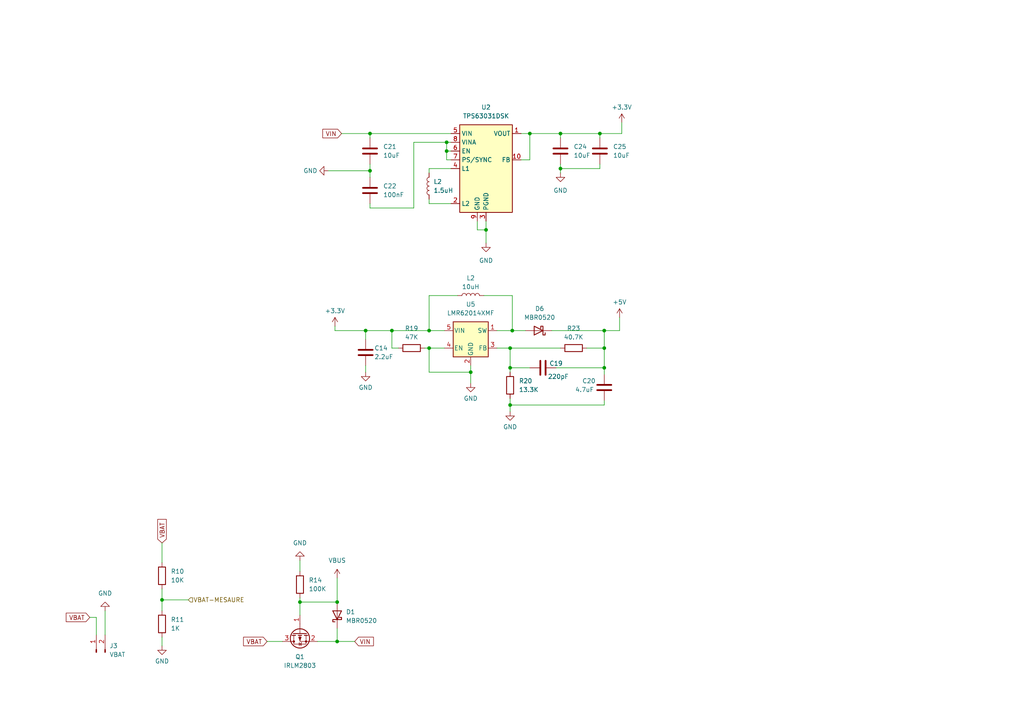
<source format=kicad_sch>
(kicad_sch (version 20231120) (generator "eeschema") (generator_version "8.0")
  (paper "A4")
  (lib_symbols
    (symbol "Connector:Conn_01x02_Pin" (pin_names (offset 1.016) hide)
      (property "Reference" "J" (at 0 2.54 0))
      (property "Value" "Conn_01x02_Pin" (at 0 -5.08 0))
      (symbol "Conn_01x02_Pin_1_1"
        (polyline (pts (xy 1.27 -2.54) (xy 0.8636 -2.54)) (stroke (width 0.1524)))
        (polyline (pts (xy 1.27 0) (xy 0.8636 0)) (stroke (width 0.1524)))
        (rectangle (start 0.8636 -2.413) (end 0 -2.667) (stroke (width 0.1524)) (fill (type outline)))
        (rectangle (start 0.8636 0.127) (end 0 -0.127) (stroke (width 0.1524)) (fill (type outline)))
        (pin passive line (at 5.08 0 180) (length 3.81) (name "Pin_1") (number "1"))
        (pin passive line (at 5.08 -2.54 180) (length 3.81) (name "Pin_2") (number "2"))
      )
    )
    (symbol "Device:C" (pin_numbers hide) (pin_names (offset 0.254))
      (property "Reference" "C" (at 0.635 2.54 0))
      (property "Value" "C" (at 0.635 -2.54 0))
      (symbol "C_0_1"
        (polyline (pts (xy -2.032 -0.762) (xy 2.032 -0.762)) (stroke (width 0.508)))
        (polyline (pts (xy -2.032 0.762) (xy 2.032 0.762)) (stroke (width 0.508)))
      )
      (symbol "C_1_1"
        (pin passive line (at 0 3.81 270) (length 2.794) (name "~") (number "1"))
        (pin passive line (at 0 -3.81 90) (length 2.794) (name "~") (number "2"))
      )
    )
    (symbol "Device:L" (pin_numbers hide) (pin_names (offset 1.016) hide)
      (property "Reference" "L" (at -1.27 0 90))
      (property "Value" "L" (at 1.905 0 90))
      (symbol "L_0_1"
        (arc (start 0 -2.54) (mid 0.6323 -1.905) (end 0 -1.27))
        (arc (start 0 -1.27) (mid 0.6323 -0.635) (end 0 0))
        (arc (start 0 0) (mid 0.6323 0.635) (end 0 1.27))
        (arc (start 0 1.27) (mid 0.6323 1.905) (end 0 2.54))
      )
      (symbol "L_1_1"
        (pin passive line (at 0 3.81 270) (length 1.27) (name "1") (number "1"))
        (pin passive line (at 0 -3.81 90) (length 1.27) (name "2") (number "2"))
      )
    )
    (symbol "Device:R" (pin_numbers hide) (pin_names (offset 0))
      (property "Reference" "R" (at 2.032 0 90))
      (property "Value" "R" (at 0 0 90))
      (symbol "R_0_1"
        (rectangle (start -1.016 -2.54) (end 1.016 2.54) (stroke (width 0.254)))
      )
      (symbol "R_1_1"
        (pin passive line (at 0 3.81 270) (length 1.27) (name "~") (number "1"))
        (pin passive line (at 0 -3.81 90) (length 1.27) (name "~") (number "2"))
      )
    )
    (symbol "Diode:MBR0520" (pin_numbers hide) (pin_names (offset 1.016) hide)
      (property "Reference" "D" (at 0 2.54 0))
      (property "Value" "MBR0520" (at 0 -2.54 0))
      (symbol "MBR0520_0_1"
        (polyline (pts (xy 1.27 0) (xy -1.27 0)))
        (polyline (pts (xy 1.27 1.27) (xy 1.27 -1.27) (xy -1.27 0) (xy 1.27 1.27)) (stroke (width 0.254)))
        (polyline (pts (xy -1.905 0.635) (xy -1.905 1.27) (xy -1.27 1.27) (xy -1.27 -1.27) (xy -0.635 -1.27) (xy -0.635 -0.635)) (stroke (width 0.254)))
      )
      (symbol "MBR0520_1_1"
        (pin passive line (at -3.81 0 0) (length 2.54) (name "K") (number "1"))
        (pin passive line (at 3.81 0 180) (length 2.54) (name "A") (number "2"))
      )
    )
    (symbol "Regulator_Switching:LMR62014XMF" (pin_names (offset 0.254))
      (property "Reference" "U" (at -5.08 6.35 0))
      (property "Value" "LMR62014XMF" (at 0 6.35 0))
      (symbol "LMR62014XMF_0_1"
        (rectangle (start -5.08 5.08) (end 5.08 -5.08) (stroke (width 0.254)) (fill (type background)))
      )
      (symbol "LMR62014XMF_1_1"
        (pin output line (at 7.62 2.54 180) (length 2.54) (name "SW") (number "1"))
        (pin power_in line (at 0 -7.62 90) (length 2.54) (name "GND") (number "2"))
        (pin input line (at 7.62 -2.54 180) (length 2.54) (name "FB") (number "3"))
        (pin input line (at -7.62 -2.54 0) (length 2.54) (name "EN") (number "4"))
        (pin input line (at -7.62 2.54 0) (length 2.54) (name "VIN") (number "5"))
      )
    )
    (symbol "Regulator_Switching:TPS63031DSK"
      (property "Reference" "U" (at -7.62 13.97 0))
      (property "Value" "TPS63031DSK" (at 5.08 13.97 0))
      (symbol "TPS63031DSK_0_1"
        (rectangle (start -7.62 12.7) (end 7.62 -12.7) (stroke (width 0.254)) (fill (type background)))
      )
      (symbol "TPS63031DSK_1_1"
        (pin power_out line (at 10.16 10.16 180) (length 2.54) (name "VOUT") (number "1"))
        (pin input line (at 10.16 2.54 180) (length 2.54) (name "FB") (number "10"))
        (pin passive line (at 0 -15.24 90) (length 2.54) hide (name "PGND") (number "11"))
        (pin input line (at -10.16 -10.16 0) (length 2.54) (name "L2") (number "2"))
        (pin power_in line (at 0 -15.24 90) (length 2.54) (name "PGND") (number "3"))
        (pin input line (at -10.16 0 0) (length 2.54) (name "L1") (number "4"))
        (pin power_in line (at -10.16 10.16 0) (length 2.54) (name "VIN") (number "5"))
        (pin input line (at -10.16 5.08 0) (length 2.54) (name "EN") (number "6"))
        (pin input line (at -10.16 2.54 0) (length 2.54) (name "PS/SYNC") (number "7"))
        (pin passive line (at -10.16 7.62 0) (length 2.54) (name "VINA") (number "8"))
        (pin power_in line (at -2.54 -15.24 90) (length 2.54) (name "GND") (number "9"))
      )
    )
    (symbol "Transistor_FET:IRLML6402" (pin_names hide)
      (property "Reference" "Q" (at 5.08 1.905 0))
      (property "Value" "IRLML6402" (at 5.08 0 0))
      (symbol "IRLML6402_0_1"
        (polyline (pts (xy 0.254 0) (xy -2.54 0)))
        (polyline (pts (xy 0.254 1.905) (xy 0.254 -1.905)) (stroke (width 0.254)))
        (polyline (pts (xy 0.762 -1.27) (xy 0.762 -2.286)) (stroke (width 0.254)))
        (polyline (pts (xy 0.762 0.508) (xy 0.762 -0.508)) (stroke (width 0.254)))
        (polyline (pts (xy 0.762 2.286) (xy 0.762 1.27)) (stroke (width 0.254)))
        (polyline (pts (xy 2.54 2.54) (xy 2.54 1.778)))
        (polyline (pts (xy 2.54 -2.54) (xy 2.54 0) (xy 0.762 0)))
        (polyline (pts (xy 0.762 1.778) (xy 3.302 1.778) (xy 3.302 -1.778) (xy 0.762 -1.778)))
        (polyline (pts (xy 2.286 0) (xy 1.27 0.381) (xy 1.27 -0.381) (xy 2.286 0)) (fill (type outline)))
        (polyline (pts (xy 2.794 -0.508) (xy 2.921 -0.381) (xy 3.683 -0.381) (xy 3.81 -0.254)))
        (polyline (pts (xy 3.302 -0.381) (xy 2.921 0.254) (xy 3.683 0.254) (xy 3.302 -0.381)))
        (circle (center 1.651 0) (radius 2.794) (stroke (width 0.254)))
        (circle (center 2.54 -1.778) (radius 0.254) (fill (type outline)))
        (circle (center 2.54 1.778) (radius 0.254) (fill (type outline)))
      )
      (symbol "IRLML6402_1_1"
        (pin input line (at -5.08 0 0) (length 2.54) (name "G") (number "1"))
        (pin passive line (at 2.54 -5.08 90) (length 2.54) (name "S") (number "2"))
        (pin passive line (at 2.54 5.08 270) (length 2.54) (name "D") (number "3"))
      )
    )
    (symbol "power:+3.3V" (power) (pin_names (offset 0))
      (property "Value" "+3.3V" (at 0 3.556 0))
      (symbol "+3.3V_0_1"
        (polyline (pts (xy -0.762 1.27) (xy 0 2.54)))
        (polyline (pts (xy 0 0) (xy 0 2.54)))
        (polyline (pts (xy 0 2.54) (xy 0.762 1.27)))
      )
      (symbol "+3.3V_1_1"
        (pin power_in line (at 0 0 90) (length 0) hide (name "+3.3V") (number "1"))
      )
    )
    (symbol "power:+5V" (power) (pin_names (offset 0))
      (property "Value" "+5V" (at 0 3.556 0))
      (symbol "+5V_0_1"
        (polyline (pts (xy -0.762 1.27) (xy 0 2.54)))
        (polyline (pts (xy 0 0) (xy 0 2.54)))
        (polyline (pts (xy 0 2.54) (xy 0.762 1.27)))
      )
      (symbol "+5V_1_1"
        (pin power_in line (at 0 0 90) (length 0) hide (name "+5V") (number "1"))
      )
    )
    (symbol "power:GND" (power) (pin_names (offset 0))
      (property "Value" "GND" (at 0 -3.81 0))
      (symbol "GND_0_1"
        (polyline (pts (xy 0 0) (xy 0 -1.27) (xy 1.27 -1.27) (xy 0 -2.54) (xy -1.27 -1.27) (xy 0 -1.27)))
      )
      (symbol "GND_1_1"
        (pin power_in line (at 0 0 270) (length 0) hide (name "GND") (number "1"))
      )
    )
    (symbol "power:VBUS" (power) (pin_names (offset 0))
      (property "Value" "VBUS" (at 0 3.81 0))
      (symbol "VBUS_0_1"
        (polyline (pts (xy -0.762 1.27) (xy 0 2.54)))
        (polyline (pts (xy 0 0) (xy 0 2.54)))
        (polyline (pts (xy 0 2.54) (xy 0.762 1.27)))
      )
      (symbol "VBUS_1_1"
        (pin power_in line (at 0 0 90) (length 0) hide (name "VBUS") (number "1"))
      )
    )
  )
  (junction (at 46.99 173.99))
  (junction (at 175.26 95.885))
  (junction (at 147.955 100.965))
  (junction (at 175.26 100.965))
  (junction (at 140.97 66.675))
  (junction (at 97.79 186.055))
  (junction (at 107.315 49.53))
  (junction (at 153.67 38.735))
  (junction (at 124.46 95.885))
  (junction (at 106.045 95.885))
  (junction (at 129.54 43.815))
  (junction (at 173.99 38.735))
  (junction (at 175.26 106.68))
  (junction (at 113.665 95.885))
  (junction (at 97.79 174.625))
  (junction (at 162.56 48.895))
  (junction (at 147.955 117.475))
  (junction (at 107.315 38.735))
  (junction (at 129.54 41.275))
  (junction (at 148.59 95.885))
  (junction (at 136.525 107.95))
  (junction (at 162.56 38.735))
  (junction (at 147.955 106.68))
  (junction (at 124.46 100.965))
  (junction (at 86.995 174.625))
  (wire (pts (xy 175.26 117.475) (xy 175.26 116.205)))
  (wire (pts (xy 46.99 173.99) (xy 46.99 177.165)))
  (wire (pts (xy 46.99 157.48) (xy 46.99 163.195)))
  (wire (pts (xy 124.46 95.885) (xy 124.46 85.725)))
  (wire (pts (xy 124.46 57.785) (xy 124.46 59.055)))
  (wire (pts (xy 113.665 95.885) (xy 124.46 95.885)))
  (wire (pts (xy 99.06 38.735) (xy 107.315 38.735)))
  (wire (pts (xy 162.56 47.625) (xy 162.56 48.895)))
  (wire (pts (xy 175.26 106.68) (xy 175.26 108.585)))
  (wire (pts (xy 147.955 117.475) (xy 147.955 119.38)))
  (wire (pts (xy 107.315 49.53) (xy 107.315 51.435)))
  (wire (pts (xy 86.995 173.355) (xy 86.995 174.625)))
  (wire (pts (xy 136.525 107.95) (xy 136.525 111.125)))
  (wire (pts (xy 151.13 46.355) (xy 153.67 46.355)))
  (wire (pts (xy 97.79 186.055) (xy 92.075 186.055)))
  (wire (pts (xy 128.905 95.885) (xy 124.46 95.885)))
  (wire (pts (xy 162.56 38.735) (xy 173.99 38.735)))
  (wire (pts (xy 147.955 106.68) (xy 153.67 106.68)))
  (wire (pts (xy 170.18 100.965) (xy 175.26 100.965)))
  (wire (pts (xy 123.19 100.965) (xy 124.46 100.965)))
  (wire (pts (xy 129.54 41.275) (xy 120.015 41.275)))
  (wire (pts (xy 106.045 95.885) (xy 106.045 98.425)))
  (wire (pts (xy 107.315 38.735) (xy 107.315 40.005)))
  (wire (pts (xy 147.955 100.965) (xy 147.955 106.68)))
  (wire (pts (xy 27.94 184.15) (xy 27.94 179.07)))
  (wire (pts (xy 124.46 50.165) (xy 124.46 48.895)))
  (wire (pts (xy 97.79 174.625) (xy 86.995 174.625)))
  (wire (pts (xy 86.995 162.56) (xy 86.995 165.735)))
  (wire (pts (xy 120.015 41.275) (xy 120.015 60.325)))
  (wire (pts (xy 180.34 38.735) (xy 180.34 35.56)))
  (wire (pts (xy 97.79 182.245) (xy 97.79 186.055)))
  (wire (pts (xy 129.54 43.815) (xy 129.54 46.355)))
  (wire (pts (xy 124.46 59.055) (xy 130.81 59.055)))
  (wire (pts (xy 144.145 100.965) (xy 147.955 100.965)))
  (wire (pts (xy 162.56 38.735) (xy 162.56 40.005)))
  (wire (pts (xy 148.59 95.885) (xy 144.145 95.885)))
  (wire (pts (xy 138.43 66.675) (xy 140.97 66.675)))
  (wire (pts (xy 124.46 85.725) (xy 132.715 85.725)))
  (wire (pts (xy 173.99 47.625) (xy 173.99 48.895)))
  (wire (pts (xy 147.955 115.57) (xy 147.955 117.475)))
  (wire (pts (xy 27.94 179.07) (xy 26.035 179.07)))
  (wire (pts (xy 106.045 95.885) (xy 113.665 95.885)))
  (wire (pts (xy 106.045 106.045) (xy 106.045 107.95)))
  (wire (pts (xy 77.47 186.055) (xy 81.915 186.055)))
  (wire (pts (xy 147.955 106.68) (xy 147.955 107.95)))
  (wire (pts (xy 129.54 41.275) (xy 129.54 43.815)))
  (wire (pts (xy 46.99 170.815) (xy 46.99 173.99)))
  (wire (pts (xy 175.26 100.965) (xy 175.26 106.68)))
  (wire (pts (xy 97.155 95.885) (xy 106.045 95.885)))
  (wire (pts (xy 179.705 92.075) (xy 179.705 95.885)))
  (wire (pts (xy 128.905 100.965) (xy 124.46 100.965)))
  (wire (pts (xy 148.59 95.885) (xy 152.4 95.885)))
  (wire (pts (xy 162.56 48.895) (xy 162.56 50.165)))
  (wire (pts (xy 153.67 46.355) (xy 153.67 38.735)))
  (wire (pts (xy 113.665 100.965) (xy 113.665 95.885)))
  (wire (pts (xy 140.97 64.135) (xy 140.97 66.675)))
  (wire (pts (xy 173.99 38.735) (xy 173.99 40.005)))
  (wire (pts (xy 161.29 106.68) (xy 175.26 106.68)))
  (wire (pts (xy 140.335 85.725) (xy 148.59 85.725)))
  (wire (pts (xy 129.54 46.355) (xy 130.81 46.355)))
  (wire (pts (xy 97.79 167.64) (xy 97.79 174.625)))
  (wire (pts (xy 124.46 100.965) (xy 124.46 107.95)))
  (wire (pts (xy 173.99 38.735) (xy 180.34 38.735)))
  (wire (pts (xy 107.315 60.325) (xy 120.015 60.325)))
  (wire (pts (xy 107.315 59.055) (xy 107.315 60.325)))
  (wire (pts (xy 97.155 94.615) (xy 97.155 95.885)))
  (wire (pts (xy 153.67 38.735) (xy 162.56 38.735)))
  (wire (pts (xy 148.59 85.725) (xy 148.59 95.885)))
  (wire (pts (xy 175.26 95.885) (xy 175.26 100.965)))
  (wire (pts (xy 107.315 49.53) (xy 107.315 47.625)))
  (wire (pts (xy 160.02 95.885) (xy 175.26 95.885)))
  (wire (pts (xy 30.48 177.165) (xy 30.48 184.15)))
  (wire (pts (xy 97.79 186.055) (xy 102.87 186.055)))
  (wire (pts (xy 130.81 43.815) (xy 129.54 43.815)))
  (wire (pts (xy 136.525 106.045) (xy 136.525 107.95)))
  (wire (pts (xy 124.46 48.895) (xy 130.81 48.895)))
  (wire (pts (xy 46.99 173.99) (xy 54.61 173.99)))
  (wire (pts (xy 179.705 95.885) (xy 175.26 95.885)))
  (wire (pts (xy 46.99 184.785) (xy 46.99 187.325)))
  (wire (pts (xy 147.955 100.965) (xy 162.56 100.965)))
  (wire (pts (xy 107.315 38.735) (xy 130.81 38.735)))
  (wire (pts (xy 147.955 117.475) (xy 175.26 117.475)))
  (wire (pts (xy 151.13 38.735) (xy 153.67 38.735)))
  (wire (pts (xy 124.46 107.95) (xy 136.525 107.95)))
  (wire (pts (xy 140.97 66.675) (xy 140.97 70.485)))
  (wire (pts (xy 86.995 174.625) (xy 86.995 178.435)))
  (wire (pts (xy 130.81 41.275) (xy 129.54 41.275)))
  (wire (pts (xy 95.25 49.53) (xy 107.315 49.53)))
  (wire (pts (xy 173.99 48.895) (xy 162.56 48.895)))
  (wire (pts (xy 115.57 100.965) (xy 113.665 100.965)))
  (wire (pts (xy 138.43 64.135) (xy 138.43 66.675)))
  (global_label "VBAT" (shape input) (at 46.99 157.48 90) (property "Intersheetrefs" "${INTERSHEET_REFS}" (effects (hide yes))))
  (global_label "VBAT" (shape input) (at 26.035 179.07 180) (property "Intersheetrefs" "${INTERSHEET_REFS}" (effects (hide yes))))
  (global_label "VBAT" (shape input) (at 77.47 186.055 180) (property "Intersheetrefs" "${INTERSHEET_REFS}" (effects (hide yes))))
  (global_label "VIN" (shape input) (at 102.87 186.055 0) (property "Intersheetrefs" "${INTERSHEET_REFS}" (effects (hide yes))))
  (global_label "VIN" (shape input) (at 99.06 38.735 180) (property "Intersheetrefs" "${INTERSHEET_REFS}" (effects (hide yes))))
  (hierarchical_label "VBAT-MESAURE" (shape input) (at 54.61 173.99 0))
  (symbol (lib_id "Device:R") (at 166.37 100.965 90) (unit 1)
    (property "Reference" "R23" (at 166.37 95.25 90))
    (property "Value" "40.7K" (at 166.37 97.79 90))
    (property "Footprint" "Resistor_SMD:R_0402_1005Metric" (effects (hide yes)))
    (instances (project "tlv70433" (path "" (reference "R23") (unit 1))) (project "MicroFlightController-v2" (path "" (reference "R15") (unit 1))) (project "MicroFlightController" (path "" (reference "R23") (unit 1))) (project "MiniDroneController" (path "" (reference "R20") (unit 1))))
  )
  (symbol (lib_id "Device:C") (at 106.045 102.235 0) (unit 1)
    (property "Reference" "C14" (at 108.585 100.965 0) (effects (justify left)))
    (property "Value" "2.2uF" (at 108.585 103.505 0) (effects (justify left)))
    (property "Footprint" "Capacitor_SMD:C_0402_1005Metric" (effects (hide yes)))
    (instances (project "tlv70433" (path "" (reference "C14") (unit 1))) (project "MicroFlightController-v2" (path "" (reference "C20") (unit 1))) (project "MicroFlightController" (path "" (reference "C14") (unit 1))) (project "MiniDroneController" (path "" (reference "C34") (unit 1))))
  )
  (symbol (lib_id "Regulator_Switching:TPS63031DSK") (at 140.97 48.895 0) (unit 1)
    (property "Reference" "U2" (at 140.97 31.115 0))
    (property "Value" "TPS63031DSK" (at 140.97 33.655 0))
    (property "Footprint" "Package_SON:WSON-10-1EP_2.5x2.5mm_P0.5mm_EP1.2x2mm" (effects (hide yes)))
    (property "Datasheet" "http://www.ti.com/lit/ds/symlink/tps63031.pdf" (effects (hide yes)))
  )
  (symbol (lib_id "power:VBUS") (at 97.79 167.64 0) (unit 1)
    (property "Reference" "#PWR049" (effects (hide yes)))
    (property "Value" "VBUS" (at 97.79 162.56 0))
    (instances (project "tlv70433" (path "" (reference "#PWR049") (unit 1))) (project "MicroFlightController-v2" (path "" (reference "#PWR041") (unit 1))) (project "MiniDroneController" (path "" (reference "#PWR049") (unit 1))))
  )
  (symbol (lib_id "Device:C") (at 162.56 43.815 0) (unit 1)
    (property "Reference" "C24" (at 166.37 42.545 0) (effects (justify left)))
    (property "Value" "10uF" (at 166.37 45.085 0) (effects (justify left)))
    (property "Footprint" "Capacitor_SMD:C_0402_1005Metric" (effects (hide yes)))
  )
  (symbol (lib_id "power:GND") (at 46.99 187.325 0) (unit 1)
    (property "Reference" "#PWR045" (effects (hide yes)))
    (property "Value" "GND" (at 46.99 191.77 0))
    (instances (project "tlv70433" (path "" (reference "#PWR045") (unit 1))) (project "MicroFlightController-v2" (path "" (reference "#PWR038") (unit 1))) (project "MiniDroneController" (path "" (reference "#PWR045") (unit 1))))
  )
  (symbol (lib_id "Device:C") (at 173.99 43.815 0) (unit 1)
    (property "Reference" "C25" (at 177.8 42.545 0) (effects (justify left)))
    (property "Value" "10uF" (at 177.8 45.085 0) (effects (justify left)))
    (property "Footprint" "Capacitor_SMD:C_0402_1005Metric" (effects (hide yes)))
  )
  (symbol (lib_id "power:GND") (at 30.48 177.165 180) (unit 1)
    (property "Reference" "#PWR043" (effects (hide yes)))
    (property "Value" "GND" (at 30.48 172.085 0))
    (instances (project "tlv70433" (path "" (reference "#PWR043") (unit 1))) (project "MicroFlightController-v2" (path "" (reference "#PWR037") (unit 1))) (project "MiniDroneController" (path "" (reference "#PWR043") (unit 1))))
  )
  (symbol (lib_id "Transistor_FET:IRLML6402") (at 86.995 183.515 90) (mirror x) (unit 1)
    (property "Reference" "Q1" (at 86.995 190.5 90))
    (property "Value" "IRLM2803" (at 86.995 193.04 90))
    (property "Footprint" "Package_TO_SOT_SMD:SOT-23" (effects (hide yes)))
    (property "Datasheet" "https://cdn.ozdisan.com/ETicaret_Dosya/512905_1545340.pdf" (effects (hide yes)))
  )
  (symbol (lib_id "Device:R") (at 46.99 167.005 0) (unit 1)
    (property "Reference" "R10" (at 49.53 165.735 0) (effects (justify left)))
    (property "Value" "10K" (at 49.53 168.275 0) (effects (justify left)))
    (property "Footprint" "Resistor_SMD:R_0402_1005Metric" (effects (hide yes)))
  )
  (symbol (lib_id "Regulator_Switching:LMR62014XMF") (at 136.525 98.425 0) (unit 1)
    (property "Reference" "U5" (at 136.525 88.265 0))
    (property "Value" "LMR62014XMF" (at 136.525 90.805 0))
    (property "Footprint" "Package_TO_SOT_SMD:SOT-23-5" (effects (hide yes)))
    (property "Datasheet" "http://www.ti.com/lit/ds/symlink/lmr62014.pdf" (effects (hide yes)))
    (instances (project "tlv70433" (path "" (reference "U5") (unit 1))) (project "MicroFlightController-v2" (path "" (reference "U5") (unit 1))) (project "MicroFlightController" (path "" (reference "U5") (unit 1))) (project "MiniDroneController" (path "" (reference "U7") (unit 1))))
  )
  (symbol (lib_id "Diode:MBR0520") (at 97.79 178.435 90) (unit 1)
    (property "Reference" "D1" (at 100.33 177.4825 90) (effects (justify right)))
    (property "Value" "MBR0520" (at 100.33 180.0225 90) (effects (justify right)))
    (property "Footprint" "Diode_SMD:D_SOD-123" (effects (hide yes)))
    (property "Datasheet" "http://www.mccsemi.com/up_pdf/MBR0520~MBR0580(SOD123).pdf" (effects (hide yes)))
  )
  (symbol (lib_id "power:GND") (at 136.525 111.125 0) (unit 1)
    (property "Reference" "#PWR035" (effects (hide yes)))
    (property "Value" "GND" (at 136.525 115.57 0))
    (instances (project "tlv70433" (path "" (reference "#PWR035") (unit 1))) (project "MicroFlightController-v2" (path "" (reference "#PWR043") (unit 1))) (project "MicroFlightController" (path "" (reference "#PWR035") (unit 1))) (project "MiniDroneController" (path "" (reference "#PWR054") (unit 1))))
  )
  (symbol (lib_id "Device:C") (at 107.315 43.815 0) (unit 1)
    (property "Reference" "C21" (at 111.125 42.545 0) (effects (justify left)))
    (property "Value" "10uF" (at 111.125 45.085 0) (effects (justify left)))
    (property "Footprint" "Capacitor_SMD:C_0402_1005Metric" (effects (hide yes)))
  )
  (symbol (lib_id "power:GND") (at 162.56 50.165 0) (unit 1)
    (property "Reference" "#PWR046" (effects (hide yes)))
    (property "Value" "GND" (at 162.56 55.245 0))
  )
  (symbol (lib_id "power:GND") (at 106.045 107.95 0) (unit 1)
    (property "Reference" "#PWR032" (effects (hide yes)))
    (property "Value" "GND" (at 106.045 112.395 0))
    (instances (project "tlv70433" (path "" (reference "#PWR032") (unit 1))) (project "MicroFlightController-v2" (path "" (reference "#PWR042") (unit 1))) (project "MicroFlightController" (path "" (reference "#PWR032") (unit 1))) (project "MiniDroneController" (path "" (reference "#PWR051") (unit 1))))
  )
  (symbol (lib_id "power:+5V") (at 179.705 92.075 0) (unit 1)
    (property "Reference" "#PWR040" (effects (hide yes)))
    (property "Value" "+5V" (at 179.705 87.63 0))
    (instances (project "tlv70433" (path "" (reference "#PWR040") (unit 1))) (project "MicroFlightController-v2" (path "" (reference "#PWR047") (unit 1))) (project "MicroFlightController" (path "" (reference "#PWR040") (unit 1))) (project "MiniDroneController" (path "" (reference "#PWR059") (unit 1))))
  )
  (symbol (lib_id "Connector:Conn_01x02_Pin") (at 27.94 189.23 90) (unit 1)
    (property "Reference" "J3" (at 31.75 187.325 90) (effects (justify right)))
    (property "Value" "VBAT" (at 31.75 189.865 90) (effects (justify right)))
    (property "Footprint" "Connector_PinHeader_1.27mm:PinHeader_1x02_P1.27mm_Vertical" (effects (hide yes)))
  )
  (symbol (lib_id "Device:L") (at 124.46 53.975 180) (unit 1)
    (property "Reference" "L2" (at 125.73 52.705 0) (effects (justify right)))
    (property "Value" "1.5uH" (at 125.73 55.245 0) (effects (justify right)))
    (property "Footprint" "Inductor_SMD:L_Coilcraft_XAL4020-XXX" (effects (hide yes)))
  )
  (symbol (lib_id "power:GND") (at 147.955 119.38 0) (unit 1)
    (property "Reference" "#PWR037" (effects (hide yes)))
    (property "Value" "GND" (at 147.955 123.825 0))
    (instances (project "tlv70433" (path "" (reference "#PWR037") (unit 1))) (project "MicroFlightController-v2" (path "" (reference "#PWR045") (unit 1))) (project "MicroFlightController" (path "" (reference "#PWR037") (unit 1))) (project "MiniDroneController" (path "" (reference "#PWR056") (unit 1))))
  )
  (symbol (lib_id "Diode:MBR0520") (at 156.21 95.885 180) (unit 1)
    (property "Reference" "D6" (at 156.5275 89.535 0))
    (property "Value" "MBR0520" (at 156.5275 92.075 0))
    (property "Footprint" "Diode_SMD:D_SOD-123" (effects (hide yes)))
    (property "Datasheet" "http://www.mccsemi.com/up_pdf/MBR0520~MBR0580(SOD123).pdf" (effects (hide yes)))
    (instances (project "tlv70433" (path "" (reference "D6") (unit 1))) (project "MicroFlightController-v2" (path "" (reference "D2") (unit 1))) (project "MicroFlightController" (path "" (reference "D6") (unit 1))) (project "MiniDroneController" (path "" (reference "D3") (unit 1))))
  )
  (symbol (lib_id "power:GND") (at 140.97 70.485 0) (unit 1)
    (property "Reference" "#PWR044" (effects (hide yes)))
    (property "Value" "GND" (at 140.97 75.565 0))
  )
  (symbol (lib_id "Device:R") (at 119.38 100.965 90) (unit 1)
    (property "Reference" "R19" (at 119.38 95.25 90))
    (property "Value" "47K" (at 119.38 97.79 90))
    (property "Footprint" "Resistor_SMD:R_0402_1005Metric" (effects (hide yes)))
    (instances (project "tlv70433" (path "" (reference "R19") (unit 1))) (project "MicroFlightController-v2" (path "" (reference "R13") (unit 1))) (project "MicroFlightController" (path "" (reference "R19") (unit 1))) (project "MiniDroneController" (path "" (reference "R16") (unit 1))))
  )
  (symbol (lib_id "Device:R") (at 147.955 111.76 0) (unit 1)
    (property "Reference" "R20" (at 150.495 110.49 0) (effects (justify left)))
    (property "Value" "13.3K" (at 150.495 113.03 0) (effects (justify left)))
    (property "Footprint" "Resistor_SMD:R_0402_1005Metric" (effects (hide yes)))
    (instances (project "tlv70433" (path "" (reference "R20") (unit 1))) (project "MicroFlightController-v2" (path "" (reference "R14") (unit 1))) (project "MicroFlightController" (path "" (reference "R20") (unit 1))) (project "MiniDroneController" (path "" (reference "R17") (unit 1))))
  )
  (symbol (lib_id "power:GND") (at 95.25 49.53 270) (unit 1)
    (property "Reference" "#PWR040" (effects (hide yes)))
    (property "Value" "GND" (at 92.075 49.53 90) (effects (justify right)))
  )
  (symbol (lib_id "Device:C") (at 107.315 55.245 0) (unit 1)
    (property "Reference" "C22" (at 111.125 53.975 0) (effects (justify left)))
    (property "Value" "100nF" (at 111.125 56.515 0) (effects (justify left)))
    (property "Footprint" "Capacitor_SMD:C_0402_1005Metric" (effects (hide yes)))
  )
  (symbol (lib_id "Device:C") (at 157.48 106.68 90) (unit 1)
    (property "Reference" "C19" (at 161.29 105.41 90))
    (property "Value" "220pF" (at 161.925 109.22 90))
    (property "Footprint" "Capacitor_SMD:C_0402_1005Metric" (effects (hide yes)))
    (instances (project "tlv70433" (path "" (reference "C19") (unit 1))) (project "MicroFlightController-v2" (path "" (reference "C23") (unit 1))) (project "MicroFlightController" (path "" (reference "C19") (unit 1))) (project "MiniDroneController" (path "" (reference "C39") (unit 1))))
  )
  (symbol (lib_id "Device:C") (at 175.26 112.395 180) (unit 1)
    (property "Reference" "C20" (at 170.815 110.49 0))
    (property "Value" "4.7uF" (at 169.545 113.03 0))
    (property "Footprint" "Capacitor_SMD:C_0402_1005Metric" (effects (hide yes)))
    (instances (project "tlv70433" (path "" (reference "C20") (unit 1))) (project "MicroFlightController-v2" (path "" (reference "C26") (unit 1))) (project "MicroFlightController" (path "" (reference "C20") (unit 1))) (project "MiniDroneController" (path "" (reference "C40") (unit 1))))
  )
  (symbol (lib_id "Device:R") (at 46.99 180.975 0) (unit 1)
    (property "Reference" "R11" (at 49.53 179.705 0) (effects (justify left)))
    (property "Value" "1K" (at 49.53 182.245 0) (effects (justify left)))
    (property "Footprint" "Resistor_SMD:R_0402_1005Metric" (effects (hide yes)))
  )
  (symbol (lib_id "power:GND") (at 86.995 162.56 180) (unit 1)
    (property "Reference" "#PWR048" (effects (hide yes)))
    (property "Value" "GND" (at 86.995 157.48 0))
    (instances (project "tlv70433" (path "" (reference "#PWR048") (unit 1))) (project "MicroFlightController-v2" (path "" (reference "#PWR039") (unit 1))) (project "MiniDroneController" (path "" (reference "#PWR048") (unit 1))))
  )
  (symbol (lib_id "power:+3.3V") (at 97.155 94.615 0) (unit 1)
    (property "Reference" "#PWR025" (effects (hide yes)))
    (property "Value" "+3.3V" (at 97.155 90.17 0))
  )
  (symbol (lib_id "Device:R") (at 86.995 169.545 0) (unit 1)
    (property "Reference" "R14" (at 89.535 168.275 0) (effects (justify left)))
    (property "Value" "100K" (at 89.535 170.815 0) (effects (justify left)))
    (property "Footprint" "Resistor_SMD:R_0402_1005Metric" (effects (hide yes)))
    (instances (project "tlv70433" (path "" (reference "R14") (unit 1))) (project "MicroFlightController-v2" (path "" (reference "R12") (unit 1))) (project "MiniDroneController" (path "" (reference "R14") (unit 1))))
  )
  (symbol (lib_id "power:+3.3V") (at 180.34 35.56 0) (unit 1)
    (property "Reference" "#PWR048" (effects (hide yes)))
    (property "Value" "+3.3V" (at 180.34 31.115 0))
  )
  (symbol (lib_id "Device:L") (at 136.525 85.725 90) (unit 1)
    (property "Reference" "L2" (at 136.525 80.645 90))
    (property "Value" "10uH" (at 136.525 83.185 90))
    (property "Footprint" "Inductor_SMD:L_1812_4532Metric" (effects (hide yes)))
    (instances (project "tlv70433" (path "" (reference "L2") (unit 1))) (project "MicroFlightController-v2" (path "" (reference "L3") (unit 1))) (project "MicroFlightController" (path "" (reference "L2") (unit 1))) (project "MiniDroneController" (path "" (reference "L3") (unit 1))))
  )
)
</source>
